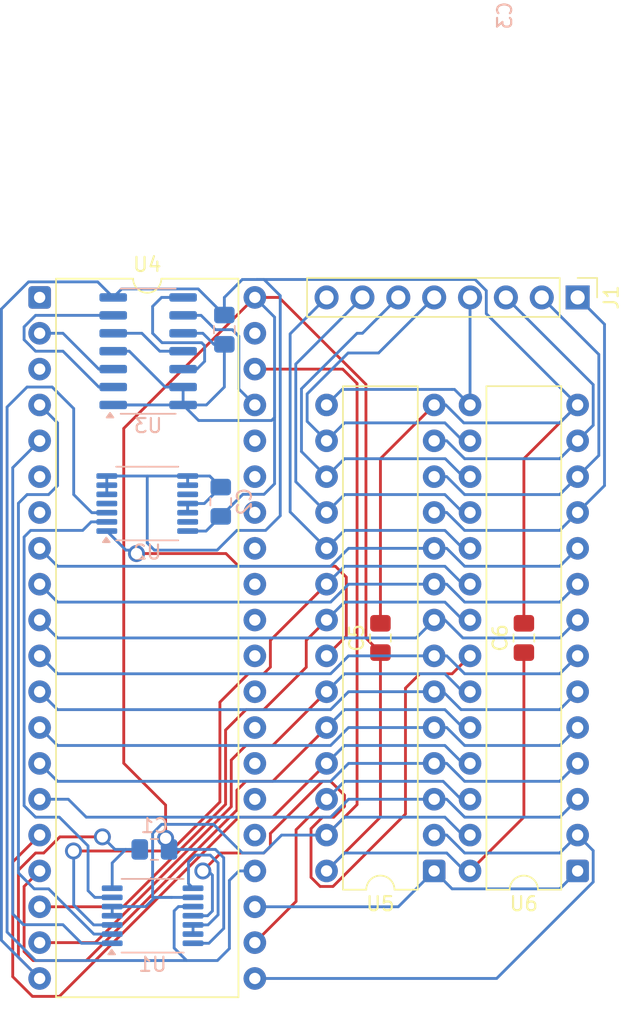
<source format=kicad_pcb>
(kicad_pcb (version 20241229) (generator "pcbnew") (generator_version "9.0")
  (layers (0 "F.Cu" signal) (2 "B.Cu" signal) (13 "F.Paste" user) (15 "B.Paste" user) (5 "F.SilkS" user "F.Silkscreen") (7 "B.SilkS" user "B.Silkscreen") (1 "F.Mask" user) (3 "B.Mask" user) (25 "Edge.Cuts" user))
  (net 0 "")
  (net 1 "GND")
  (net 2 "+5V")
  (net 3 "/D0")
  (net 4 "/D4")
  (net 5 "/D2")
  (net 6 "/D7")
  (net 7 "/D1")
  (net 8 "/D6")
  (net 9 "/D3")
  (net 10 "_CE2")
  (net 11 "Net-(U1-Pad12)")
  (net 12 "CI")
  (net 13 "Net-(U1-Pad6)")
  (net 14 "RW")
  (net 15 "O2")
  (net 16 "A15")
  (net 17 "_CS")
  (net 20 "_CE1")
  (net 22 "Net-(U3A-D)")
  (net 23 "Net-(U3B-D)")
  (net 24 "Net-(U3A-Q)")
  (net 25 "CLK")
  (net 26 "OSC")
  (net 27 "/A10")
  (net 28 "/A3")
  (net 29 "/A9")
  (net 30 "/A13")
  (net 31 "/A8")
  (net 32 "/A2")
  (net 33 "/A6")
  (net 34 "/A4")
  (net 35 "/A7")
  (net 36 "/A14")
  (net 37 "/A5")
  (net 38 "/A12")
  (net 39 "/A1")
  (net 40 "/A0")
  (net 41 "/A11")
  (net 42 "/D5")
  (footprint "Package_DIP:DIP-28_W7.62mm" (layer "F.Cu") (at 139.7 91.44 180)
    (property "Reference" "U6")
    (property "Value" "KM62256CLP")
  )
  (footprint "Connector_PinHeader_2.54mm:PinHeader_1x08_P2.54mm_Vertical" (layer "F.Cu") (at 139.7 50.8 -90)
    (property "Reference" "J1")
    (property "Value" "D")
  )
  (footprint "Package_DIP:DIP-40_W15.24mm" (layer "F.Cu") (at 101.6 50.8)
    (property "Reference" "U4")
    (property "Value" "~")
  )
  (footprint "Capacitor_SMD:C_0805_2012Metric_Pad1.18x1.45mm_HandSolder" (layer "F.Cu") (at 135.895 74.93 90)
    (property "Reference" "C6")
    (property "Value" "100n" (hide yes))
  )
  (footprint "Capacitor_SMD:C_0805_2012Metric_Pad1.18x1.45mm_HandSolder" (layer "F.Cu") (at 125.735 74.93 90)
    (property "Reference" "C5")
    (property "Value" "100n")
  )
  (footprint "Package_DIP:DIP-28_W7.62mm" (layer "F.Cu") (at 129.54 91.44 180)
    (property "Reference" "U5")
    (property "Value" "KM62256CLP")
  )
  (footprint "Package_SO:TSSOP-14_4.4x5mm_P0.65mm" (layer "B.Cu") (at 109.601 94.615)
    (property "Reference" "U1")
    (property "Value" "7400")
  )
  (footprint "Capacitor_SMD:C_0805_2012Metric_Pad1.18x1.45mm_HandSolder" (layer "B.Cu") (at 114.681 53.086 90)
    (property "Reference" "C3")
    (property "Value" "100n")
  )
  (footprint "Capacitor_SMD:C_0805_2012Metric_Pad1.18x1.45mm_HandSolder" (layer "B.Cu") (at 114.427 65.278 90)
    (property "Reference" "C2")
    (property "Value" "100n")
  )
  (footprint "Package_SO:TSSOP-14_4.4x5mm_P0.65mm" (layer "B.Cu") (at 109.22 65.405)
    (property "Reference" "U2")
    (property "Value" "7402")
  )
  (footprint "Package_SO:SOIC-14_3.9x8.7mm_P1.27mm" (layer "B.Cu") (at 109.285 54.61)
    (property "Reference" "U3")
    (property "Value" "74HC74")
  )
  (footprint "Capacitor_SMD:C_0805_2012Metric_Pad1.18x1.45mm_HandSolder" (layer "B.Cu") (at 109.728 89.916 180)
    (property "Reference" "C1")
    (property "Value" "100n")
  )
  (segment (start 106.045 89.027) (end 103.03005 89.027) (width 0.2) (layer "F.Cu") (net 1))
  (segment (start 103.03005 89.027) (end 101.88705 90.17) (width 0.2) (layer "F.Cu") (net 1))
  (segment (start 135.895 62.225) (end 139.7 58.42) (width 0.2) (layer "F.Cu") (net 1))
  (segment (start 125.735 62.225) (end 125.735 73.8925) (width 0.2) (layer "F.Cu") (net 1))
  (segment (start 135.895 73.8925) (end 135.895 62.225) (width 0.2) (layer "F.Cu") (net 1))
  (segment (start 100.098 91.38495) (end 100.098 97.558) (width 0.2) (layer "F.Cu") (net 1))
  (segment (start 100.098 97.558) (end 101.6 99.06) (width 0.2) (layer "F.Cu") (net 1))
  (segment (start 101.88705 90.17) (end 101.31295 90.17) (width 0.2) (layer "F.Cu") (net 1))
  (segment (start 129.54 58.42) (end 125.735 62.225) (width 0.2) (layer "F.Cu") (net 1))
  (segment (start 101.31295 90.17) (end 100.098 91.38495) (width 0.2) (layer "F.Cu") (net 1))
  (via (at 106.045 89.027) (size 1.2) (drill 0.8) (layers "F.Cu" "B.Cu") (net 1))
  (segment (start 114.681 50.8) (end 114.681 52.0485) (width 0.2) (layer "B.Cu") (net 1))
  (segment (start 139.7 58.42) (end 138.43 59.69) (width 0.2) (layer "B.Cu") (net 1))
  (segment (start 115.951 49.53) (end 114.681 50.8) (width 0.2) (layer "B.Cu") (net 1))
  (segment (start 106.3575 63.455) (end 106.3575 64.755) (width 0.2) (layer "B.Cu") (net 1))
  (segment (start 112.8315 50.199) (end 107.411 50.199) (width 0.2) (layer "B.Cu") (net 1))
  (segment (start 114.681 52.0485) (end 112.8315 50.199) (width 0.2) (layer "B.Cu") (net 1))
  (segment (start 106.934 89.916) (end 107.696 89.916) (width 0.2) (layer "B.Cu") (net 1))
  (segment (start 132.43776 49.53) (end 116.967 49.53) (width 0.2) (layer "B.Cu") (net 1))
  (segment (start 118.638 50.676252) (end 117.491748 49.53) (width 0.2) (layer "B.Cu") (net 1))
  (segment (start 109.728 68.707) (end 114.173 68.707) (width 0.2) (layer "B.Cu") (net 1))
  (segment (start 107.411 50.199) (end 106.81 50.8) (width 0.2) (layer "B.Cu") (net 1))
  (segment (start 112.0825 63.455) (end 109.22 63.455) (width 0.2) (layer "B.Cu") (net 1))
  (segment (start 118.638 66.274) (end 118.638 50.676252) (width 0.2) (layer "B.Cu") (net 1))
  (segment (start 98.893 96.353) (end 101.6 99.06) (width 0.2) (layer "B.Cu") (net 1))
  (segment (start 112.0825 65.405) (end 112.0825 66.055) (width 0.2) (layer "B.Cu") (net 1))
  (segment (start 106.81 50.8) (end 105.709 49.699) (width 0.2) (layer "B.Cu") (net 1))
  (segment (start 138.43 59.69) (end 131.6355 59.69) (width 0.2) (layer "B.Cu") (net 1))
  (segment (start 112.0825 63.455) (end 112.0825 64.105) (width 0.2) (layer "B.Cu") (net 1))
  (segment (start 106.7385 92.665) (end 106.7385 90.8735) (width 0.2) (layer "B.Cu") (net 1))
  (segment (start 139.7 58.42) (end 133.231 51.951) (width 0.2) (layer "B.Cu") (net 1))
  (segment (start 109.22 63.455) (end 109.22 68.199) (width 0.2) (layer "B.Cu") (net 1))
  (segment (start 100.81484 49.699) (end 98.893 51.62084) (width 0.2) (layer "B.Cu") (net 1))
  (segment (start 117.602 67.31) (end 118.638 66.274) (width 0.2) (layer "B.Cu") (net 1))
  (segment (start 116.967 49.53) (end 115.951 49.53) (width 0.2) (layer "B.Cu") (net 1))
  (segment (start 133.231 51.951) (end 133.231 50.32324) (width 0.2) (layer "B.Cu") (net 1))
  (segment (start 106.045 89.027) (end 106.934 89.916) (width 0.2) (layer "B.Cu") (net 1))
  (segment (start 106.7385 90.8735) (end 107.696 89.916) (width 0.2) (layer "B.Cu") (net 1))
  (segment (start 105.709 49.699) (end 100.81484 49.699) (width 0.2) (layer "B.Cu") (net 1))
  (segment (start 112.0825 65.405) (end 113.2625 65.405) (width 0.2) (layer "B.Cu") (net 1))
  (segment (start 115.57 67.31) (end 117.602 67.31) (width 0.2) (layer "B.Cu") (net 1))
  (segment (start 130.3655 58.42) (end 129.54 58.42) (width 0.2) (layer "B.Cu") (net 1))
  (segment (start 109.22 63.455) (end 106.3575 63.455) (width 0.2) (layer "B.Cu") (net 1))
  (segment (start 117.491748 49.53) (end 116.967 49.53) (width 0.2) (layer "B.Cu") (net 1))
  (segment (start 109.22 68.199) (end 109.728 68.707) (width 0.2) (layer "B.Cu") (net 1))
  (segment (start 113.2625 65.405) (end 114.427 64.2405) (width 0.2) (layer "B.Cu") (net 1))
  (segment (start 107.696 89.916) (end 108.6905 89.916) (width 0.2) (layer "B.Cu") (net 1))
  (segment (start 133.231 50.32324) (end 132.43776 49.53) (width 0.2) (layer "B.Cu") (net 1))
  (segment (start 112.0825 63.455) (end 113.6415 63.455) (width 0.2) (layer "B.Cu") (net 1))
  (segment (start 114.173 68.707) (end 115.57 67.31) (width 0.2) (layer "B.Cu") (net 1))
  (segment (start 131.6355 59.69) (end 130.3655 58.42) (width 0.2) (layer "B.Cu") (net 1))
  (segment (start 113.6415 63.455) (end 114.427 64.2405) (width 0.2) (layer "B.Cu") (net 1))
  (segment (start 98.893 51.62084) (end 98.893 96.353) (width 0.2) (layer "B.Cu") (net 1))
  (segment (start 110.520316 86.771316) (end 110.520316 89.126475) (width 0.2) (layer "F.Cu") (net 2))
  (segment (start 125.735 87.625) (end 125.735 75.9675) (width 0.2) (layer "F.Cu") (net 2))
  (segment (start 107.557 83.808) (end 110.520316 86.771316) (width 0.2) (layer "F.Cu") (net 2))
  (segment (start 118.5501 50.8) (end 124.709 56.9589) (width 0.2) (layer "F.Cu") (net 2))
  (segment (start 124.709 74.9415) (end 125.735 75.9675) (width 0.2) (layer "F.Cu") (net 2))
  (segment (start 107.557 60.083) (end 107.557 83.808) (width 0.2) (layer "F.Cu") (net 2))
  (segment (start 121.92 91.44) (end 125.735 87.625) (width 0.2) (layer "F.Cu") (net 2))
  (segment (start 116.84 50.8) (end 118.5501 50.8) (width 0.2) (layer "F.Cu") (net 2))
  (segment (start 124.709 56.9589) (end 124.709 74.9415) (width 0.2) (layer "F.Cu") (net 2))
  (segment (start 116.84 50.8) (end 107.557 60.083) (width 0.2) (layer "F.Cu") (net 2))
  (segment (start 132.08 91.44) (end 135.895 87.625) (width 0.2) (layer "F.Cu") (net 2))
  (segment (start 135.895 87.625) (end 135.895 75.9675) (width 0.2) (layer "F.Cu") (net 2))
  (via (at 110.520316 89.126475) (size 1.2) (drill 0.8) (layers "F.Cu" "B.Cu") (net 2))
  (segment (start 117.493831 64.751169) (end 118.237 64.008) (width 0.2) (layer "B.Cu") (net 2))
  (segment (start 113.589302 96.565) (end 114.63739 95.516912) (width 0.2) (layer "B.Cu") (net 2))
  (segment (start 114.046 89.916) (end 110.7655 89.916) (width 0.2) (layer "B.Cu") (net 2))
  (segment (start 118.237 58.801) (end 118.237 59.309) (width 0.2) (layer "B.Cu") (net 2))
  (segment (start 112.0825 67.355) (end 113.3875 67.355) (width 0.2) (layer "B.Cu") (net 2))
  (segment (start 109.5375 56.1975) (end 110.49 57.15) (width 0.2) (layer "B.Cu") (net 2))
  (segment (start 114.427 66.3155) (end 115.991331 64.751169) (width 0.2) (layer "B.Cu") (net 2))
  (segment (start 106.81 54.61) (end 107.95 54.61) (width 0.2) (layer "B.Cu") (net 2))
  (segment (start 113.9405 54.1235) (end 114.681 54.1235) (width 0.2) (layer "B.Cu") (net 2))
  (segment (start 112.4635 96.565) (end 113.589302 96.565) (width 0.2) (layer "B.Cu") (net 2))
  (segment (start 130.429 90.17) (end 123.19 90.17) (width 0.2) (layer "B.Cu") (net 2))
  (segment (start 110.49 57.15) (end 111.76 57.15) (width 0.2) (layer "B.Cu") (net 2))
  (segment (start 123.19 90.17) (end 121.92 91.44) (width 0.2) (layer "B.Cu") (net 2))
  (segment (start 113.411 58.42) (end 111.76 58.42) (width 0.2) (layer "B.Cu") (net 2))
  (segment (start 112.861 59.521) (end 111.76 58.42) (width 0.2) (layer "B.Cu") (net 2))
  (segment (start 118.237 52.197) (end 118.237 58.801) (width 0.2) (layer "B.Cu") (net 2))
  (segment (start 131.699 91.44) (end 130.429 90.17) (width 0.2) (layer "B.Cu") (net 2))
  (segment (start 106.81 58.42) (end 111.76 58.42) (width 0.2) (layer "B.Cu") (net 2))
  (segment (start 111.76 53.34) (end 113.157 53.34) (width 0.2) (layer "B.Cu") (net 2))
  (segment (start 118.025 59.521) (end 115.57 59.521) (width 0.2) (layer "B.Cu") (net 2))
  (segment (start 113.157 53.34) (end 113.9405 54.1235) (width 0.2) (layer "B.Cu") (net 2))
  (segment (start 115.57 59.521) (end 112.861 59.521) (width 0.2) (layer "B.Cu") (net 2))
  (segment (start 132.08 91.44) (end 131.699 91.44) (width 0.2) (layer "B.Cu") (net 2))
  (segment (start 114.681 54.1235) (end 114.681 57.15) (width 0.2) (layer "B.Cu") (net 2))
  (segment (start 106.81 58.42) (end 109.093 58.42) (width 0.2) (layer "B.Cu") (net 2))
  (segment (start 113.3875 67.355) (end 114.427 66.3155) (width 0.2) (layer "B.Cu") (net 2))
  (segment (start 114.681 57.15) (end 113.411 58.42) (width 0.2) (layer "B.Cu") (net 2))
  (segment (start 111.76 57.15) (end 111.76 58.42) (width 0.2) (layer "B.Cu") (net 2))
  (segment (start 118.237 64.008) (end 118.237 58.801) (width 0.2) (layer "B.Cu") (net 2))
  (segment (start 115.991331 64.751169) (end 117.493831 64.751169) (width 0.2) (layer "B.Cu") (net 2))
  (segment (start 116.84 50.8) (end 118.237 52.197) (width 0.2) (layer "B.Cu") (net 2))
  (segment (start 114.63739 90.50739) (end 114.046 89.916) (width 0.2) (layer "B.Cu") (net 2))
  (segment (start 118.237 59.309) (end 118.025 59.521) (width 0.2) (layer "B.Cu") (net 2))
  (segment (start 107.95 54.61) (end 109.5375 56.1975) (width 0.2) (layer "B.Cu") (net 2))
  (segment (start 114.63739 95.516912) (end 114.63739 90.50739) (width 0.2) (layer "B.Cu") (net 2))
  (segment (start 141.603 64.137) (end 139.7 66.04) (width 0.2) (layer "B.Cu") (net 3))
  (segment (start 131.699 67.31) (end 130.429 66.04) (width 0.2) (layer "B.Cu") (net 3))
  (segment (start 139.7 50.8) (end 141.603 52.703) (width 0.2) (layer "B.Cu") (net 3))
  (segment (start 141.603 52.703) (end 141.603 64.137) (width 0.2) (layer "B.Cu") (net 3))
  (segment (start 139.7 66.04) (end 138.43 67.31) (width 0.2) (layer "B.Cu") (net 3))
  (segment (start 130.429 66.04) (end 129.54 66.04) (width 0.2) (layer "B.Cu") (net 3))
  (segment (start 138.43 67.31) (end 131.699 67.31) (width 0.2) (layer "B.Cu") (net 3))
  (segment (start 129.54 50.8) (end 125.603 54.737) (width 0.2) (layer "B.Cu") (net 4))
  (segment (start 125.603 54.737) (end 123.444 54.737) (width 0.2) (layer "B.Cu") (net 4))
  (segment (start 131.572 60.96) (end 130.302 59.69) (width 0.2) (layer "B.Cu") (net 4))
  (segment (start 120.543 57.638) (end 120.543 59.583) (width 0.2) (layer "B.Cu") (net 4))
  (segment (start 130.302 59.69) (end 123.19 59.69) (width 0.2) (layer "B.Cu") (net 4))
  (segment (start 120.543 59.583) (end 121.92 60.96) (width 0.2) (layer "B.Cu") (net 4))
  (segment (start 132.08 60.96) (end 131.572 60.96) (width 0.2) (layer "B.Cu") (net 4))
  (segment (start 123.444 54.737) (end 120.543 57.638) (width 0.2) (layer "B.Cu") (net 4))
  (segment (start 123.19 59.69) (end 121.92 60.96) (width 0.2) (layer "B.Cu") (net 4))
  (segment (start 130.429 60.96) (end 129.54 60.96) (width 0.2) (layer "B.Cu") (net 5))
  (segment (start 139.7 60.96) (end 138.43 62.23) (width 0.2) (layer "B.Cu") (net 5))
  (segment (start 134.62 50.8) (end 140.801 56.981) (width 0.2) (layer "B.Cu") (net 5))
  (segment (start 140.801 59.859) (end 139.7 60.96) (width 0.2) (layer "B.Cu") (net 5))
  (segment (start 140.801 56.981) (end 140.801 59.859) (width 0.2) (layer "B.Cu") (net 5))
  (segment (start 131.699 62.23) (end 130.429 60.96) (width 0.2) (layer "B.Cu") (net 5))
  (segment (start 138.43 62.23) (end 131.699 62.23) (width 0.2) (layer "B.Cu") (net 5))
  (segment (start 121.92 50.8) (end 119.34 53.38) (width 0.2) (layer "B.Cu") (net 6))
  (segment (start 132.08 68.58) (end 131.572 68.58) (width 0.2) (layer "B.Cu") (net 6))
  (segment (start 130.302 67.31) (end 123.19 67.31) (width 0.2) (layer "B.Cu") (net 6))
  (segment (start 119.34 53.38) (end 119.34 66) (width 0.2) (layer "B.Cu") (net 6))
  (segment (start 131.572 68.58) (end 130.302 67.31) (width 0.2) (layer "B.Cu") (net 6))
  (segment (start 119.34 66) (end 121.92 68.58) (width 0.2) (layer "B.Cu") (net 6))
  (segment (start 123.19 67.31) (end 121.92 68.58) (width 0.2) (layer "B.Cu") (net 6))
  (segment (start 139.7 63.5) (end 138.43 64.77) (width 0.2) (layer "B.Cu") (net 7))
  (segment (start 138.43 64.77) (end 131.699 64.77) (width 0.2) (layer "B.Cu") (net 7))
  (segment (start 137.16 50.8) (end 141.202 54.842) (width 0.2) (layer "B.Cu") (net 7))
  (segment (start 131.699 64.77) (end 130.429 63.5) (width 0.2) (layer "B.Cu") (net 7))
  (segment (start 130.429 63.5) (end 129.54 63.5) (width 0.2) (layer "B.Cu") (net 7))
  (segment (start 141.202 61.998) (end 139.7 63.5) (width 0.2) (layer "B.Cu") (net 7))
  (segment (start 141.202 54.842) (end 141.202 61.998) (width 0.2) (layer "B.Cu") (net 7))
  (segment (start 131.572 66.04) (end 130.302 64.77) (width 0.2) (layer "B.Cu") (net 8))
  (segment (start 124.46 50.8) (end 119.741 55.519) (width 0.2) (layer "B.Cu") (net 8))
  (segment (start 119.741 55.519) (end 119.741 63.861) (width 0.2) (layer "B.Cu") (net 8))
  (segment (start 119.741 63.861) (end 121.92 66.04) (width 0.2) (layer "B.Cu") (net 8))
  (segment (start 123.19 64.77) (end 121.92 66.04) (width 0.2) (layer "B.Cu") (net 8))
  (segment (start 130.302 64.77) (end 123.19 64.77) (width 0.2) (layer "B.Cu") (net 8))
  (segment (start 132.08 66.04) (end 131.572 66.04) (width 0.2) (layer "B.Cu") (net 8))
  (segment (start 130.979 57.319) (end 130.81 57.319) (width 0.2) (layer "B.Cu") (net 9))
  (segment (start 132.08 50.8) (end 132.08 58.42) (width 0.2) (layer "B.Cu") (net 9))
  (segment (start 132.08 58.42) (end 130.979 57.319) (width 0.2) (layer "B.Cu") (net 9))
  (segment (start 130.81 57.319) (end 123.021 57.319) (width 0.2) (layer "B.Cu") (net 9))
  (segment (start 123.021 57.319) (end 121.92 58.42) (width 0.2) (layer "B.Cu") (net 9))
  (segment (start 121.63295 87.63) (end 120.819 88.44395) (width 0.2) (layer "F.Cu") (net 10))
  (segment (start 122.37605 92.541) (end 127.508 87.40905) (width 0.2) (layer "F.Cu") (net 10))
  (segment (start 122.20705 85.09) (end 123.19 86.07295) (width 0.2) (layer "F.Cu") (net 10))
  (segment (start 120.819 91.89605) (end 121.46395 92.541) (width 0.2) (layer "F.Cu") (net 10))
  (segment (start 123.19 86.868) (end 122.428 87.63) (width 0.2) (layer "F.Cu") (net 10))
  (segment (start 130.81 77.47) (end 132.08 76.2) (width 0.2) (layer "F.Cu") (net 10))
  (segment (start 121.46395 92.541) (end 122.37605 92.541) (width 0.2) (layer "F.Cu") (net 10))
  (segment (start 128.524 77.47) (end 130.81 77.47) (width 0.2) (layer "F.Cu") (net 10))
  (segment (start 113.158397 91.441397) (end 114.429794 90.17) (width 0.2) (layer "F.Cu") (net 10))
  (segment (start 117.941 88.78195) (end 121.63295 85.09) (width 0.2) (layer "F.Cu") (net 10))
  (segment (start 127.508 87.40905) (end 127.508 78.486) (width 0.2) (layer "F.Cu") (net 10))
  (segment (start 121.63295 85.09) (end 122.20705 85.09) (width 0.2) (layer "F.Cu") (net 10))
  (segment (start 120.819 88.44395) (end 120.819 91.89605) (width 0.2) (layer "F.Cu") (net 10))
  (segment (start 117.941 89.704) (end 117.941 88.78195) (width 0.2) (layer "F.Cu") (net 10))
  (segment (start 122.428 87.63) (end 121.63295 87.63) (width 0.2) (layer "F.Cu") (net 10))
  (segment (start 123.19 86.07295) (end 123.19 86.868) (width 0.2) (layer "F.Cu") (net 10))
  (segment (start 114.429794 90.17) (end 117.475 90.17) (width 0.2) (layer "F.Cu") (net 10))
  (segment (start 127.508 78.486) (end 128.524 77.47) (width 0.2) (layer "F.Cu") (net 10))
  (segment (start 117.475 90.17) (end 117.941 89.704) (width 0.2) (layer "F.Cu") (net 10))
  (via (at 113.158397 91.441397) (size 1.2) (drill 0.8) (layers "F.Cu" "B.Cu") (net 10))
  (segment (start 113.83539 91.73739) (end 113.83539 94.27795) (width 0.2) (layer "B.Cu") (net 10))
  (segment (start 113.49834 94.615) (end 112.4635 94.615) (width 0.2) (layer "B.Cu") (net 10))
  (segment (start 113.158397 91.441397) (end 113.539397 91.441397) (width 0.2) (layer "B.Cu") (net 10))
  (segment (start 113.539397 91.441397) (end 113.83539 91.73739) (width 0.2) (layer "B.Cu") (net 10))
  (segment (start 113.83539 94.27795) (end 113.49834 94.615) (width 0.2) (layer "B.Cu") (net 10))
  (segment (start 114.23639 94.55161) (end 114.23639 90.86839) (width 0.2) (layer "B.Cu") (net 11))
  (segment (start 112.141 92.3425) (end 112.4635 92.665) (width 0.2) (layer "B.Cu") (net 11))
  (segment (start 112.4635 95.915) (end 112.4635 95.265) (width 0.2) (layer "B.Cu") (net 11))
  (segment (start 113.685 90.317) (end 112.629 90.317) (width 0.2) (layer "B.Cu") (net 11))
  (segment (start 112.141 90.805) (end 112.141 92.3425) (width 0.2) (layer "B.Cu") (net 11))
  (segment (start 112.4635 95.265) (end 113.523 95.265) (width 0.2) (layer "B.Cu") (net 11))
  (segment (start 112.629 90.317) (end 112.141 90.805) (width 0.2) (layer "B.Cu") (net 11))
  (segment (start 114.23639 90.86839) (end 113.685 90.317) (width 0.2) (layer "B.Cu") (net 11))
  (segment (start 113.523 95.265) (end 114.23639 94.55161) (width 0.2) (layer "B.Cu") (net 11))
  (segment (start 100.098 65.383) (end 100.711 64.77) (width 0.2) (layer "B.Cu") (net 12))
  (segment (start 101.219 92.71) (end 100.098 91.589) (width 0.2) (layer "B.Cu") (net 12))
  (segment (start 100.098 91.589) (end 100.098 65.383) (width 0.2) (layer "B.Cu") (net 12))
  (segment (start 102.87 59.69) (end 101.6 58.42) (width 0.2) (layer "B.Cu") (net 12))
  (segment (start 106.7385 95.915) (end 105.44 95.915) (width 0.2) (layer "B.Cu") (net 12))
  (segment (start 102.87 64.135) (end 102.87 59.69) (width 0.2) (layer "B.Cu") (net 12))
  (segment (start 105.44 95.915) (end 102.235 92.71) (width 0.2) (layer "B.Cu") (net 12))
  (segment (start 100.711 64.77) (end 102.235 64.77) (width 0.2) (layer "B.Cu") (net 12))
  (segment (start 102.235 64.77) (end 102.87 64.135) (width 0.2) (layer "B.Cu") (net 12))
  (segment (start 102.235 92.71) (end 101.219 92.71) (width 0.2) (layer "B.Cu") (net 12))
  (segment (start 105.253 66.705) (end 106.3575 66.705) (width 0.2) (layer "B.Cu") (net 13))
  (segment (start 101.31295 87.63) (end 100.499 86.81605) (width 0.2) (layer "B.Cu") (net 13))
  (segment (start 104.648 67.31) (end 105.253 66.705) (width 0.2) (layer "B.Cu") (net 13))
  (segment (start 100.965 67.31) (end 104.648 67.31) (width 0.2) (layer "B.Cu") (net 13))
  (segment (start 105.507 93.315) (end 105.029 92.837) (width 0.2) (layer "B.Cu") (net 13))
  (segment (start 106.7385 93.315) (end 105.507 93.315) (width 0.2) (layer "B.Cu") (net 13))
  (segment (start 100.499 67.776) (end 100.965 67.31) (width 0.2) (layer "B.Cu") (net 13))
  (segment (start 100.499 86.81605) (end 100.499 67.776) (width 0.2) (layer "B.Cu") (net 13))
  (segment (start 105.029 92.837) (end 105.029 89.662) (width 0.2) (layer "B.Cu") (net 13))
  (segment (start 105.029 89.662) (end 102.997 87.63) (width 0.2) (layer "B.Cu") (net 13))
  (segment (start 102.997 87.63) (end 101.31295 87.63) (width 0.2) (layer "B.Cu") (net 13))
  (segment (start 123.063 55.88) (end 124.079 56.896) (width 0.2) (layer "F.Cu") (net 14))
  (segment (start 116.84 55.88) (end 123.063 55.88) (width 0.2) (layer "F.Cu") (net 14))
  (segment (start 124.079 86.741) (end 121.92 88.9) (width 0.2) (layer "F.Cu") (net 14))
  (segment (start 124.079 56.896) (end 124.079 86.741) (width 0.2) (layer "F.Cu") (net 14))
  (segment (start 113.919 88.138) (end 110.236 88.138) (width 0.2) (layer "B.Cu") (net 14))
  (segment (start 123.19 87.63) (end 121.92 88.9) (width 0.2) (layer "B.Cu") (net 14))
  (segment (start 130.302 87.63) (end 123.19 87.63) (width 0.2) (layer "B.Cu") (net 14))
  (segment (start 121.92 88.9) (end 118.73505 88.9) (width 0.2) (layer "B.Cu") (net 14))
  (segment (start 106.7385 93.965) (end 109.108 93.965) (width 0.2) (layer "B.Cu") (net 14))
  (segment (start 109.601 88.773) (end 109.601 93.315) (width 0.2) (layer "B.Cu") (net 14))
  (segment (start 118.73505 88.9) (end 117.46505 90.17) (width 0.2) (layer "B.Cu") (net 14))
  (segment (start 109.758 93.315) (end 110.9689 93.315) (width 0.2) (layer "B.Cu") (net 14))
  (segment (start 109.108 93.965) (end 109.758 93.315) (width 0.2) (layer "B.Cu") (net 14))
  (segment (start 110.236 88.138) (end 109.601 88.773) (width 0.2) (layer "B.Cu") (net 14))
  (segment (start 110.9689 93.315) (end 112.4635 93.315) (width 0.2) (layer "B.Cu") (net 14))
  (segment (start 115.951 90.17) (end 113.919 88.138) (width 0.2) (layer "B.Cu") (net 14))
  (segment (start 106.7385 94.615) (end 106.7385 93.965) (width 0.2) (layer "B.Cu") (net 14))
  (segment (start 131.572 88.9) (end 130.302 87.63) (width 0.2) (layer "B.Cu") (net 14))
  (segment (start 132.08 88.9) (end 131.572 88.9) (width 0.2) (layer "B.Cu") (net 14))
  (segment (start 117.46505 90.17) (end 115.951 90.17) (width 0.2) (layer "B.Cu") (net 14))
  (segment (start 109.601 93.315) (end 110.9689 93.315) (width 0.2) (layer "B.Cu") (net 14))
  (segment (start 100.457 95.25) (end 103.251 95.25) (width 0.2) (layer "B.Cu") (net 15))
  (segment (start 99.695 62.865) (end 99.695 94.488) (width 0.2) (layer "B.Cu") (net 15))
  (segment (start 103.251 95.25) (end 104.566 96.565) (width 0.2) (layer "B.Cu") (net 15))
  (segment (start 104.566 96.565) (end 106.7385 96.565) (width 0.2) (layer "B.Cu") (net 15))
  (segment (start 101.6 60.96) (end 99.695 62.865) (width 0.2) (layer "B.Cu") (net 15))
  (segment (start 99.695 94.488) (end 100.457 95.25) (width 0.2) (layer "B.Cu") (net 15))
  (segment (start 104.013 58.674) (end 104.013 64.77) (width 0.2) (layer "B.Cu") (net 16))
  (segment (start 114.187769 97.79) (end 101.31295 97.79) (width 0.2) (layer "B.Cu") (net 16))
  (segment (start 101.31295 97.79) (end 99.294 95.77105) (width 0.2) (layer "B.Cu") (net 16))
  (segment (start 99.294 95.77105) (end 99.294 58.567) (width 0.2) (layer "B.Cu") (net 16))
  (segment (start 111.125 94.273001) (end 111.433001 93.965) (width 0.2) (layer "B.Cu") (net 16))
  (segment (start 100.711 57.15) (end 102.489 57.15) (width 0.2) (layer "B.Cu") (net 16))
  (segment (start 105.298 66.055) (end 106.3575 66.055) (width 0.2) (layer "B.Cu") (net 16))
  (segment (start 104.013 64.77) (end 105.298 66.055) (width 0.2) (layer "B.Cu") (net 16))
  (segment (start 112.014 97.79) (end 111.125 96.901) (width 0.2) (layer "B.Cu") (net 16))
  (segment (start 102.489 57.15) (end 104.013 58.674) (width 0.2) (layer "B.Cu") (net 16))
  (segment (start 116.84 91.44) (end 115.70863 91.44) (width 0.2) (layer "B.Cu") (net 16))
  (segment (start 99.294 58.567) (end 100.711 57.15) (width 0.2) (layer "B.Cu") (net 16))
  (segment (start 115.03839 96.939379) (end 114.187769 97.79) (width 0.2) (layer "B.Cu") (net 16))
  (segment (start 115.70863 91.44) (end 115.03839 92.11024) (width 0.2) (layer "B.Cu") (net 16))
  (segment (start 111.433001 93.965) (end 112.4635 93.965) (width 0.2) (layer "B.Cu") (net 16))
  (segment (start 111.125 96.901) (end 111.125 94.273001) (width 0.2) (layer "B.Cu") (net 16))
  (segment (start 115.03839 92.11024) (end 115.03839 96.939379) (width 0.2) (layer "B.Cu") (net 16))
  (segment (start 110.896325 90.026475) (end 114.367 86.5558) (width 0.2) (layer "F.Cu") (net 17))
  (segment (start 117.941 75.099) (end 121.92 71.12) (width 0.2) (layer "F.Cu") (net 17))
  (segment (start 117.941 76.99405) (end 117.941 75.099) (width 0.2) (layer "F.Cu") (net 17))
  (segment (start 114.367 79.481975) (end 116.378975 77.47) (width 0.2) (layer "F.Cu") (net 17))
  (segment (start 114.367 86.5558) (end 114.367 79.481975) (width 0.2) (layer "F.Cu") (net 17))
  (segment (start 103.996475 90.026475) (end 110.896325 90.026475) (width 0.2) (layer "F.Cu") (net 17))
  (segment (start 117.46505 77.47) (end 117.941 76.99405) (width 0.2) (layer "F.Cu") (net 17))
  (segment (start 116.378975 77.47) (end 117.46505 77.47) (width 0.2) (layer "F.Cu") (net 17))
  (via (at 103.996475 90.026475) (size 1.2) (drill 0.8) (layers "F.Cu" "B.Cu") (net 17))
  (segment (start 103.996475 90.026475) (end 104.013 90.043) (width 0.2) (layer "B.Cu") (net 17))
  (segment (start 104.013 90.043) (end 104.013 93.853) (width 0.2) (layer "B.Cu") (net 17))
  (segment (start 105.425 95.265) (end 106.7385 95.265) (width 0.2) (layer "B.Cu") (net 17))
  (segment (start 130.302 69.85) (end 123.19 69.85) (width 0.2) (layer "B.Cu") (net 17))
  (segment (start 123.19 69.85) (end 121.92 71.12) (width 0.2) (layer "B.Cu") (net 17))
  (segment (start 131.572 71.12) (end 130.302 69.85) (width 0.2) (layer "B.Cu") (net 17))
  (segment (start 104.013 93.853) (end 105.425 95.265) (width 0.2) (layer "B.Cu") (net 17))
  (segment (start 114.797 68.95) (end 115.697 69.85) (width 0.2) (layer "F.Cu") (net 20))
  (segment (start 123.317 74.803) (end 121.92 76.2) (width 0.2) (layer "F.Cu") (net 20))
  (segment (start 108.458 68.95) (end 114.797 68.95) (width 0.2) (layer "F.Cu") (net 20))
  (segment (start 123.317 70.62195) (end 123.317 74.803) (width 0.2) (layer "F.Cu") (net 20))
  (segment (start 115.697 69.85) (end 122.54505 69.85) (width 0.2) (layer "F.Cu") (net 20))
  (segment (start 122.54505 69.85) (end 123.317 70.62195) (width 0.2) (layer "F.Cu") (net 20))
  (via (at 108.458 68.95) (size 1.2) (drill 0.8) (layers "F.Cu" "B.Cu") (net 20))
  (segment (start 108.458 68.95) (end 108.215 68.707) (width 0.2) (layer "B.Cu") (net 20))
  (segment (start 108.215 68.707) (end 107.7095 68.707) (width 0.2) (layer "B.Cu") (net 20))
  (segment (start 107.7095 68.707) (end 106.3575 67.355) (width 0.2) (layer "B.Cu") (net 20))
  (segment (start 101.31295 54.61) (end 100.499 53.79605) (width 0.2) (layer "B.Cu") (net 22))
  (segment (start 106.81 57.15) (end 105.791 57.15) (width 0.2) (layer "B.Cu") (net 22))
  (segment (start 105.791 57.15) (end 103.251 54.61) (width 0.2) (layer "B.Cu") (net 22))
  (segment (start 101.31295 52.07) (end 106.81 52.07) (width 0.2) (layer "B.Cu") (net 22))
  (segment (start 100.499 53.79605) (end 100.499 52.88395) (width 0.2) (layer "B.Cu") (net 22))
  (segment (start 100.499 52.88395) (end 101.31295 52.07) (width 0.2) (layer "B.Cu") (net 22))
  (segment (start 103.251 54.61) (end 101.31295 54.61) (width 0.2) (layer "B.Cu") (net 22))
  (segment (start 113.072373 54.009) (end 113.284 54.220627) (width 0.2) (layer "B.Cu") (net 23))
  (segment (start 109.601 53.34) (end 110.27 54.009) (width 0.2) (layer "B.Cu") (net 23))
  (segment (start 113.284 54.220627) (end 113.284 55.330998) (width 0.2) (layer "B.Cu") (net 23))
  (segment (start 109.601 51.435) (end 109.601 53.34) (width 0.2) (layer "B.Cu") (net 23))
  (segment (start 110.27 54.009) (end 113.072373 54.009) (width 0.2) (layer "B.Cu") (net 23))
  (segment (start 110.236 50.8) (end 109.601 51.435) (width 0.2) (layer "B.Cu") (net 23))
  (segment (start 111.76 50.8) (end 110.236 50.8) (width 0.2) (layer "B.Cu") (net 23))
  (segment (start 113.284 55.330998) (end 112.734998 55.88) (width 0.2) (layer "B.Cu") (net 23))
  (segment (start 112.734998 55.88) (end 111.76 55.88) (width 0.2) (layer "B.Cu") (net 23))
  (segment (start 110.109 54.61) (end 111.76 54.61) (width 0.2) (layer "B.Cu") (net 24))
  (segment (start 106.81 53.34) (end 108.839 53.34) (width 0.2) (layer "B.Cu") (net 24))
  (segment (start 108.839 53.34) (end 110.109 54.61) (width 0.2) (layer "B.Cu") (net 24))
  (segment (start 105.791 55.88) (end 103.251 53.34) (width 0.2) (layer "B.Cu") (net 25))
  (segment (start 101.6 53.34) (end 103.251 53.34) (width 0.2) (layer "B.Cu") (net 25))
  (segment (start 105.791 55.88) (end 106.81 55.88) (width 0.2) (layer "B.Cu") (net 25))
  (segment (start 115.24216 53.086) (end 114.046 53.086) (width 0.2) (layer "B.Cu") (net 26))
  (segment (start 116.84 58.42) (end 115.707 57.287) (width 0.2) (layer "B.Cu") (net 26))
  (segment (start 113.03 52.07) (end 111.76 52.07) (width 0.2) (layer "B.Cu") (net 26))
  (segment (start 115.707 53.55084) (end 115.24216 53.086) (width 0.2) (layer "B.Cu") (net 26))
  (segment (start 115.707 57.287) (end 115.707 53.55084) (width 0.2) (layer "B.Cu") (net 26))
  (segment (start 114.046 53.086) (end 113.03 52.07) (width 0.2) (layer "B.Cu") (net 26))
  (segment (start 116.21495 80.01) (end 117.475 80.01) (width 0.2) (layer "F.Cu") (net 27))
  (segment (start 101.6 93.98) (end 107.5099 93.98) (width 0.2) (layer "F.Cu") (net 27))
  (segment (start 107.5099 93.98) (end 114.768 86.7219) (width 0.2) (layer "F.Cu") (net 27))
  (segment (start 114.768 86.7219) (end 114.768 81.45695) (width 0.2) (layer "F.Cu") (net 27))
  (segment (start 117.475 80.01) (end 120.481 77.004) (width 0.2) (layer "F.Cu") (net 27))
  (segment (start 120.481 77.004) (end 120.481 75.099) (width 0.2) (layer "F.Cu") (net 27))
  (segment (start 114.768 81.45695) (end 116.21495 80.01) (width 0.2) (layer "F.Cu") (net 27))
  (segment (start 120.481 75.099) (end 121.92 73.66) (width 0.2) (layer "F.Cu") (net 27))
  (segment (start 130.302 72.39) (end 123.19 72.39) (width 0.2) (layer "B.Cu") (net 27))
  (segment (start 123.19 72.39) (end 121.92 73.66) (width 0.2) (layer "B.Cu") (net 27))
  (segment (start 131.572 73.66) (end 130.302 72.39) (width 0.2) (layer "B.Cu") (net 27))
  (segment (start 102.87 77.47) (end 101.6 76.2) (width 0.2) (layer "B.Cu") (net 28))
  (segment (start 131.699 77.47) (end 130.429 76.2) (width 0.2) (layer "B.Cu") (net 28))
  (segment (start 122.20705 77.47) (end 102.87 77.47) (width 0.2) (layer "B.Cu") (net 28))
  (segment (start 130.429 76.2) (end 129.54 76.2) (width 0.2) (layer "B.Cu") (net 28))
  (segment (start 129.54 76.2) (end 123.47705 76.2) (width 0.2) (layer "B.Cu") (net 28))
  (segment (start 138.43 77.47) (end 131.699 77.47) (width 0.2) (layer "B.Cu") (net 28))
  (segment (start 139.7 76.2) (end 138.43 77.47) (width 0.2) (layer "B.Cu") (net 28))
  (segment (start 123.47705 76.2) (end 122.20705 77.47) (width 0.2) (layer "B.Cu") (net 28))
  (segment (start 104.902 97.79) (end 101.138975 97.79) (width 0.2) (layer "F.Cu") (net 29))
  (segment (start 115.57 87.122) (end 104.902 97.79) (width 0.2) (layer "F.Cu") (net 29))
  (segment (start 100.499 97.150025) (end 100.499 92.541) (width 0.2) (layer "F.Cu") (net 29))
  (segment (start 116.205 85.09) (end 115.57 85.725) (width 0.2) (layer "F.Cu") (net 29))
  (segment (start 101.138975 97.79) (end 100.499 97.150025) (width 0.2) (layer "F.Cu") (net 29))
  (segment (start 115.57 85.725) (end 115.57 87.122) (width 0.2) (layer "F.Cu") (net 29))
  (segment (start 121.92 81.28) (end 118.11 85.09) (width 0.2) (layer "F.Cu") (net 29))
  (segment (start 100.499 92.541) (end 101.6 91.44) (width 0.2) (layer "F.Cu") (net 29))
  (segment (start 118.11 85.09) (end 116.205 85.09) (width 0.2) (layer "F.Cu") (net 29))
  (segment (start 131.572 81.28) (end 130.302 80.01) (width 0.2) (layer "B.Cu") (net 29))
  (segment (start 132.08 81.28) (end 131.572 81.28) (width 0.2) (layer "B.Cu") (net 29))
  (segment (start 130.302 80.01) (end 123.19 80.01) (width 0.2) (layer "B.Cu") (net 29))
  (segment (start 123.19 80.01) (end 121.92 81.28) (width 0.2) (layer "B.Cu") (net 29))
  (segment (start 119.761 93.599) (end 119.761 88.519) (width 0.2) (layer "F.Cu") (net 30))
  (segment (start 119.761 88.519) (end 121.92 86.36) (width 0.2) (layer "F.Cu") (net 30))
  (segment (start 116.84 96.52) (end 119.761 93.599) (width 0.2) (layer "F.Cu") (net 30))
  (segment (start 123.19 85.09) (end 121.92 86.36) (width 0.2) (layer "B.Cu") (net 30))
  (segment (start 131.445 86.36) (end 130.175 85.09) (width 0.2) (layer "B.Cu") (net 30))
  (segment (start 132.08 86.36) (end 131.445 86.36) (width 0.2) (layer "B.Cu") (net 30))
  (segment (start 130.175 85.09) (end 123.19 85.09) (width 0.2) (layer "B.Cu") (net 30))
  (segment (start 115.697 87.63) (end 102.997 100.33) (width 0.2) (layer "F.Cu") (net 31))
  (segment (start 99.695 90.805) (end 101.6 88.9) (width 0.2) (layer "F.Cu") (net 31))
  (segment (start 99.695 98.933) (end 99.695 90.805) (width 0.2) (layer "F.Cu") (net 31))
  (segment (start 101.092 100.33) (end 99.695 98.933) (width 0.2) (layer "F.Cu") (net 31))
  (segment (start 102.997 100.33) (end 101.092 100.33) (width 0.2) (layer "F.Cu") (net 31))
  (segment (start 118.11 87.63) (end 115.697 87.63) (width 0.2) (layer "F.Cu") (net 31))
  (segment (start 121.92 83.82) (end 118.11 87.63) (width 0.2) (layer "F.Cu") (net 31))
  (segment (start 123.19 82.55) (end 121.92 83.82) (width 0.2) (layer "B.Cu") (net 31))
  (segment (start 131.572 83.82) (end 130.302 82.55) (width 0.2) (layer "B.Cu") (net 31))
  (segment (start 132.08 83.82) (end 131.572 83.82) (width 0.2) (layer "B.Cu") (net 31))
  (segment (start 130.302 82.55) (end 123.19 82.55) (width 0.2) (layer "B.Cu") (net 31))
  (segment (start 128.27 74.93) (end 102.87 74.93) (width 0.2) (layer "B.Cu") (net 32))
  (segment (start 138.43 74.93) (end 131.572 74.93) (width 0.2) (layer "B.Cu") (net 32))
  (segment (start 102.87 74.93) (end 101.6 73.66) (width 0.2) (layer "B.Cu") (net 32))
  (segment (start 139.7 73.66) (end 138.43 74.93) (width 0.2) (layer "B.Cu") (net 32))
  (segment (start 131.572 74.93) (end 130.302 73.66) (width 0.2) (layer "B.Cu") (net 32))
  (segment (start 130.302 73.66) (end 129.54 73.66) (width 0.2) (layer "B.Cu") (net 32))
  (segment (start 129.54 73.66) (end 128.27 74.93) (width 0.2) (layer "B.Cu") (net 32))
  (segment (start 138.43 85.09) (end 131.699 85.09) (width 0.2) (layer "B.Cu") (net 33))
  (segment (start 122.20705 85.09) (end 102.87 85.09) (width 0.2) (layer "B.Cu") (net 33))
  (segment (start 139.7 83.82) (end 138.43 85.09) (width 0.2) (layer "B.Cu") (net 33))
  (segment (start 102.87 85.09) (end 101.6 83.82) (width 0.2) (layer "B.Cu") (net 33))
  (segment (start 130.429 83.82) (end 129.54 83.82) (width 0.2) (layer "B.Cu") (net 33))
  (segment (start 129.54 83.82) (end 123.47705 83.82) (width 0.2) (layer "B.Cu") (net 33))
  (segment (start 131.699 85.09) (end 130.429 83.82) (width 0.2) (layer "B.Cu") (net 33))
  (segment (start 123.47705 83.82) (end 122.20705 85.09) (width 0.2) (layer "B.Cu") (net 33))
  (segment (start 138.43 80.01) (end 131.445 80.01) (width 0.2) (layer "B.Cu") (net 34))
  (segment (start 129.54 78.74) (end 123.47705 78.74) (width 0.2) (layer "B.Cu") (net 34))
  (segment (start 130.175 78.74) (end 129.54 78.74) (width 0.2) (layer "B.Cu") (net 34))
  (segment (start 131.445 80.01) (end 130.175 78.74) (width 0.2) (layer "B.Cu") (net 34))
  (segment (start 123.47705 78.74) (end 122.20705 80.01) (width 0.2) (layer "B.Cu") (net 34))
  (segment (start 139.7 78.74) (end 138.43 80.01) (width 0.2) (layer "B.Cu") (net 34))
  (segment (start 102.87 80.01) (end 101.6 78.74) (width 0.2) (layer "B.Cu") (net 34))
  (segment (start 122.20705 80.01) (end 102.87 80.01) (width 0.2) (layer "B.Cu") (net 34))
  (segment (start 139.7 86.36) (end 138.43 87.63) (width 0.2) (layer "B.Cu") (net 35))
  (segment (start 122.20705 87.63) (end 104.902 87.63) (width 0.2) (layer "B.Cu") (net 35))
  (segment (start 130.429 86.36) (end 129.54 86.36) (width 0.2) (layer "B.Cu") (net 35))
  (segment (start 104.902 87.63) (end 103.632 86.36) (width 0.2) (layer "B.Cu") (net 35))
  (segment (start 131.699 87.63) (end 130.429 86.36) (width 0.2) (layer "B.Cu") (net 35))
  (segment (start 103.632 86.36) (end 101.6 86.36) (width 0.2) (layer "B.Cu") (net 35))
  (segment (start 138.43 87.63) (end 131.699 87.63) (width 0.2) (layer "B.Cu") (net 35))
  (segment (start 129.54 86.36) (end 123.47705 86.36) (width 0.2) (layer "B.Cu") (net 35))
  (segment (start 123.47705 86.36) (end 122.20705 87.63) (width 0.2) (layer "B.Cu") (net 35))
  (segment (start 139.7 91.44) (end 138.43 92.71) (width 0.2) (layer "B.Cu") (net 36))
  (segment (start 129.54 91.44) (end 127 93.98) (width 0.2) (layer "B.Cu") (net 36))
  (segment (start 130.81 92.71) (end 129.54 91.44) (width 0.2) (layer "B.Cu") (net 36))
  (segment (start 127 93.98) (end 116.84 93.98) (width 0.2) (layer "B.Cu") (net 36))
  (segment (start 138.43 92.71) (end 130.81 92.71) (width 0.2) (layer "B.Cu") (net 36))
  (segment (start 139.7 81.28) (end 138.43 82.55) (width 0.2) (layer "B.Cu") (net 37))
  (segment (start 122.20705 82.55) (end 102.87 82.55) (width 0.2) (layer "B.Cu") (net 37))
  (segment (start 138.43 82.55) (end 131.699 82.55) (width 0.2) (layer "B.Cu") (net 37))
  (segment (start 131.699 82.55) (end 130.429 81.28) (width 0.2) (layer "B.Cu") (net 37))
  (segment (start 130.429 81.28) (end 129.54 81.28) (width 0.2) (layer "B.Cu") (net 37))
  (segment (start 129.54 81.28) (end 123.47705 81.28) (width 0.2) (layer "B.Cu") (net 37))
  (segment (start 123.47705 81.28) (end 122.20705 82.55) (width 0.2) (layer "B.Cu") (net 37))
  (segment (start 102.87 82.55) (end 101.6 81.28) (width 0.2) (layer "B.Cu") (net 37))
  (segment (start 138.43 90.17) (end 131.699 90.17) (width 0.2) (layer "B.Cu") (net 38))
  (segment (start 140.801 92.22516) (end 140.801 90.001) (width 0.2) (layer "B.Cu") (net 38))
  (segment (start 130.429 88.9) (end 129.54 88.9) (width 0.2) (layer "B.Cu") (net 38))
  (segment (start 116.84 99.06) (end 133.96616 99.06) (width 0.2) (layer "B.Cu") (net 38))
  (segment (start 133.96616 99.06) (end 140.801 92.22516) (width 0.2) (layer "B.Cu") (net 38))
  (segment (start 139.7 88.9) (end 138.43 90.17) (width 0.2) (layer "B.Cu") (net 38))
  (segment (start 131.699 90.17) (end 130.429 88.9) (width 0.2) (layer "B.Cu") (net 38))
  (segment (start 140.801 90.001) (end 139.7 88.9) (width 0.2) (layer "B.Cu") (net 38))
  (segment (start 131.699 72.39) (end 130.429 71.12) (width 0.2) (layer "B.Cu") (net 39))
  (segment (start 130.429 71.12) (end 129.54 71.12) (width 0.2) (layer "B.Cu") (net 39))
  (segment (start 102.87 72.39) (end 101.6 71.12) (width 0.2) (layer "B.Cu") (net 39))
  (segment (start 139.7 71.12) (end 138.43 72.39) (width 0.2) (layer "B.Cu") (net 39))
  (segment (start 123.47705 71.12) (end 122.20705 72.39) (width 0.2) (layer "B.Cu") (net 39))
  (segment (start 129.54 71.12) (end 123.47705 71.12) (width 0.2) (layer "B.Cu") (net 39))
  (segment (start 138.43 72.39) (end 131.699 72.39) (width 0.2) (layer "B.Cu") (net 39))
  (segment (start 122.20705 72.39) (end 102.87 72.39) (width 0.2) (layer "B.Cu") (net 39))
  (segment (start 129.54 68.58) (end 123.47705 68.58) (width 0.2) (layer "B.Cu") (net 40))
  (segment (start 122.20705 69.85) (end 102.87 69.85) (width 0.2) (layer "B.Cu") (net 40))
  (segment (start 130.429 68.58) (end 129.54 68.58) (width 0.2) (layer "B.Cu") (net 40))
  (segment (start 138.43 69.85) (end 131.699 69.85) (width 0.2) (layer "B.Cu") (net 40))
  (segment (start 131.699 69.85) (end 130.429 68.58) (width 0.2) (layer "B.Cu") (net 40))
  (segment (start 102.87 69.85) (end 101.6 68.58) (width 0.2) (layer "B.Cu") (net 40))
  (segment (start 139.7 68.58) (end 138.43 69.85) (width 0.2) (layer "B.Cu") (net 40))
  (segment (start 123.47705 68.58) (end 122.20705 69.85) (width 0.2) (layer "B.Cu") (net 40))
  (segment (start 121.92 78.74) (end 118.11 82.55) (width 0.2) (layer "F.Cu") (net 41))
  (segment (start 118.11 82.55) (end 116.205 82.55) (width 0.2) (layer "F.Cu") (net 41))
  (segment (start 105.537 96.52) (end 101.6 96.52) (width 0.2) (layer "F.Cu") (net 41))
  (segment (start 116.205 82.55) (end 115.169 83.586) (width 0.2) (layer "F.Cu") (net 41))
  (segment (start 115.169 83.586) (end 115.169 86.888) (width 0.2) (layer "F.Cu") (net 41))
  (segment (start 115.169 86.888) (end 105.537 96.52) (width 0.2) (layer "F.Cu") (net 41))
  (segment (start 131.572 78.74) (end 130.302 77.47) (width 0.2) (layer "B.Cu") (net 41))
  (segment (start 132.08 78.74) (end 131.572 78.74) (width 0.2) (layer "B.Cu") (net 41))
  (segment (start 130.302 77.47) (end 123.19 77.47) (width 0.2) (layer "B.Cu") (net 41))
  (segment (start 123.19 77.47) (end 121.92 78.74) (width 0.2) (layer "B.Cu") (net 41))
  (segment (start 124.079 53.34) (end 124.46 53.34) (width 0.2) (layer "B.Cu") (net 42))
  (segment (start 124.46 53.34) (end 127 50.8) (width 0.2) (layer "B.Cu") (net 42))
  (segment (start 120.142 57.277) (end 124.079 53.34) (width 0.2) (layer "B.Cu") (net 42))
  (segment (start 130.326083 62.23) (end 123.19 62.23) (width 0.2) (layer "B.Cu") (net 42))
  (segment (start 131.596083 63.5) (end 130.326083 62.23) (width 0.2) (layer "B.Cu") (net 42))
  (segment (start 121.92 63.5) (end 120.142 61.722) (width 0.2) (layer "B.Cu") (net 42))
  (segment (start 132.08 63.5) (end 131.596083 63.5) (width 0.2) (layer "B.Cu") (net 42))
  (segment (start 123.19 62.23) (end 121.92 63.5) (width 0.2) (layer "B.Cu") (net 42))
  (segment (start 120.142 61.722) (end 120.142 57.277) (width 0.2) (layer "B.Cu") (net 42))
)
</source>
